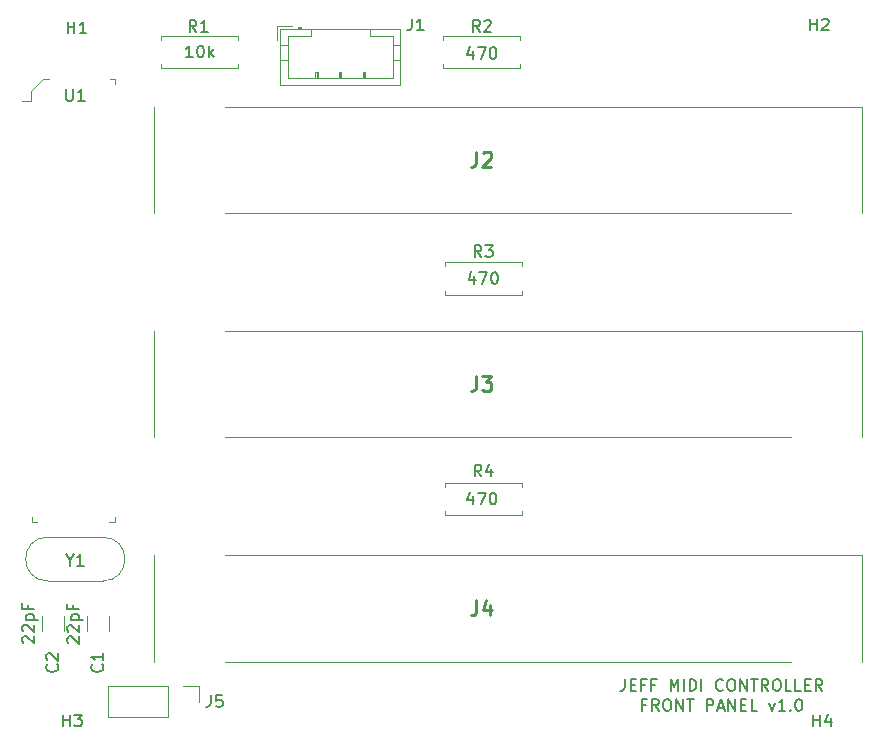
<source format=gbr>
G04 #@! TF.GenerationSoftware,KiCad,Pcbnew,(5.1.4-0-10_14)*
G04 #@! TF.CreationDate,2020-03-12T21:14:11-05:00*
G04 #@! TF.ProjectId,I2C_Front_Forearm_Mini,4932435f-4672-46f6-9e74-5f466f726561,rev?*
G04 #@! TF.SameCoordinates,Original*
G04 #@! TF.FileFunction,Legend,Top*
G04 #@! TF.FilePolarity,Positive*
%FSLAX46Y46*%
G04 Gerber Fmt 4.6, Leading zero omitted, Abs format (unit mm)*
G04 Created by KiCad (PCBNEW (5.1.4-0-10_14)) date 2020-03-12 21:14:11*
%MOMM*%
%LPD*%
G04 APERTURE LIST*
%ADD10C,0.200000*%
%ADD11C,0.120000*%
%ADD12C,0.100000*%
%ADD13C,0.150000*%
%ADD14C,0.254000*%
G04 APERTURE END LIST*
D10*
X170498523Y-132333380D02*
X170498523Y-133047666D01*
X170450904Y-133190523D01*
X170355666Y-133285761D01*
X170212809Y-133333380D01*
X170117571Y-133333380D01*
X170974714Y-132809571D02*
X171308047Y-132809571D01*
X171450904Y-133333380D02*
X170974714Y-133333380D01*
X170974714Y-132333380D01*
X171450904Y-132333380D01*
X172212809Y-132809571D02*
X171879476Y-132809571D01*
X171879476Y-133333380D02*
X171879476Y-132333380D01*
X172355666Y-132333380D01*
X173069952Y-132809571D02*
X172736619Y-132809571D01*
X172736619Y-133333380D02*
X172736619Y-132333380D01*
X173212809Y-132333380D01*
X174355666Y-133333380D02*
X174355666Y-132333380D01*
X174689000Y-133047666D01*
X175022333Y-132333380D01*
X175022333Y-133333380D01*
X175498523Y-133333380D02*
X175498523Y-132333380D01*
X175974714Y-133333380D02*
X175974714Y-132333380D01*
X176212809Y-132333380D01*
X176355666Y-132381000D01*
X176450904Y-132476238D01*
X176498523Y-132571476D01*
X176546142Y-132761952D01*
X176546142Y-132904809D01*
X176498523Y-133095285D01*
X176450904Y-133190523D01*
X176355666Y-133285761D01*
X176212809Y-133333380D01*
X175974714Y-133333380D01*
X176974714Y-133333380D02*
X176974714Y-132333380D01*
X178784238Y-133238142D02*
X178736619Y-133285761D01*
X178593761Y-133333380D01*
X178498523Y-133333380D01*
X178355666Y-133285761D01*
X178260428Y-133190523D01*
X178212809Y-133095285D01*
X178165190Y-132904809D01*
X178165190Y-132761952D01*
X178212809Y-132571476D01*
X178260428Y-132476238D01*
X178355666Y-132381000D01*
X178498523Y-132333380D01*
X178593761Y-132333380D01*
X178736619Y-132381000D01*
X178784238Y-132428619D01*
X179403285Y-132333380D02*
X179593761Y-132333380D01*
X179689000Y-132381000D01*
X179784238Y-132476238D01*
X179831857Y-132666714D01*
X179831857Y-133000047D01*
X179784238Y-133190523D01*
X179689000Y-133285761D01*
X179593761Y-133333380D01*
X179403285Y-133333380D01*
X179308047Y-133285761D01*
X179212809Y-133190523D01*
X179165190Y-133000047D01*
X179165190Y-132666714D01*
X179212809Y-132476238D01*
X179308047Y-132381000D01*
X179403285Y-132333380D01*
X180260428Y-133333380D02*
X180260428Y-132333380D01*
X180831857Y-133333380D01*
X180831857Y-132333380D01*
X181165190Y-132333380D02*
X181736619Y-132333380D01*
X181450904Y-133333380D02*
X181450904Y-132333380D01*
X182641380Y-133333380D02*
X182308047Y-132857190D01*
X182069952Y-133333380D02*
X182069952Y-132333380D01*
X182450904Y-132333380D01*
X182546142Y-132381000D01*
X182593761Y-132428619D01*
X182641380Y-132523857D01*
X182641380Y-132666714D01*
X182593761Y-132761952D01*
X182546142Y-132809571D01*
X182450904Y-132857190D01*
X182069952Y-132857190D01*
X183260428Y-132333380D02*
X183450904Y-132333380D01*
X183546142Y-132381000D01*
X183641380Y-132476238D01*
X183689000Y-132666714D01*
X183689000Y-133000047D01*
X183641380Y-133190523D01*
X183546142Y-133285761D01*
X183450904Y-133333380D01*
X183260428Y-133333380D01*
X183165190Y-133285761D01*
X183069952Y-133190523D01*
X183022333Y-133000047D01*
X183022333Y-132666714D01*
X183069952Y-132476238D01*
X183165190Y-132381000D01*
X183260428Y-132333380D01*
X184593761Y-133333380D02*
X184117571Y-133333380D01*
X184117571Y-132333380D01*
X185403285Y-133333380D02*
X184927095Y-133333380D01*
X184927095Y-132333380D01*
X185736619Y-132809571D02*
X186069952Y-132809571D01*
X186212809Y-133333380D02*
X185736619Y-133333380D01*
X185736619Y-132333380D01*
X186212809Y-132333380D01*
X187212809Y-133333380D02*
X186879476Y-132857190D01*
X186641380Y-133333380D02*
X186641380Y-132333380D01*
X187022333Y-132333380D01*
X187117571Y-132381000D01*
X187165190Y-132428619D01*
X187212809Y-132523857D01*
X187212809Y-132666714D01*
X187165190Y-132761952D01*
X187117571Y-132809571D01*
X187022333Y-132857190D01*
X186641380Y-132857190D01*
X172260428Y-134509571D02*
X171927095Y-134509571D01*
X171927095Y-135033380D02*
X171927095Y-134033380D01*
X172403285Y-134033380D01*
X173355666Y-135033380D02*
X173022333Y-134557190D01*
X172784238Y-135033380D02*
X172784238Y-134033380D01*
X173165190Y-134033380D01*
X173260428Y-134081000D01*
X173308047Y-134128619D01*
X173355666Y-134223857D01*
X173355666Y-134366714D01*
X173308047Y-134461952D01*
X173260428Y-134509571D01*
X173165190Y-134557190D01*
X172784238Y-134557190D01*
X173974714Y-134033380D02*
X174165190Y-134033380D01*
X174260428Y-134081000D01*
X174355666Y-134176238D01*
X174403285Y-134366714D01*
X174403285Y-134700047D01*
X174355666Y-134890523D01*
X174260428Y-134985761D01*
X174165190Y-135033380D01*
X173974714Y-135033380D01*
X173879476Y-134985761D01*
X173784238Y-134890523D01*
X173736619Y-134700047D01*
X173736619Y-134366714D01*
X173784238Y-134176238D01*
X173879476Y-134081000D01*
X173974714Y-134033380D01*
X174831857Y-135033380D02*
X174831857Y-134033380D01*
X175403285Y-135033380D01*
X175403285Y-134033380D01*
X175736619Y-134033380D02*
X176308047Y-134033380D01*
X176022333Y-135033380D02*
X176022333Y-134033380D01*
X177403285Y-135033380D02*
X177403285Y-134033380D01*
X177784238Y-134033380D01*
X177879476Y-134081000D01*
X177927095Y-134128619D01*
X177974714Y-134223857D01*
X177974714Y-134366714D01*
X177927095Y-134461952D01*
X177879476Y-134509571D01*
X177784238Y-134557190D01*
X177403285Y-134557190D01*
X178355666Y-134747666D02*
X178831857Y-134747666D01*
X178260428Y-135033380D02*
X178593761Y-134033380D01*
X178927095Y-135033380D01*
X179260428Y-135033380D02*
X179260428Y-134033380D01*
X179831857Y-135033380D01*
X179831857Y-134033380D01*
X180308047Y-134509571D02*
X180641380Y-134509571D01*
X180784238Y-135033380D02*
X180308047Y-135033380D01*
X180308047Y-134033380D01*
X180784238Y-134033380D01*
X181689000Y-135033380D02*
X181212809Y-135033380D01*
X181212809Y-134033380D01*
X182689000Y-134366714D02*
X182927095Y-135033380D01*
X183165190Y-134366714D01*
X184069952Y-135033380D02*
X183498523Y-135033380D01*
X183784238Y-135033380D02*
X183784238Y-134033380D01*
X183689000Y-134176238D01*
X183593761Y-134271476D01*
X183498523Y-134319095D01*
X184498523Y-134938142D02*
X184546142Y-134985761D01*
X184498523Y-135033380D01*
X184450904Y-134985761D01*
X184498523Y-134938142D01*
X184498523Y-135033380D01*
X185165190Y-134033380D02*
X185260428Y-134033380D01*
X185355666Y-134081000D01*
X185403285Y-134128619D01*
X185450904Y-134223857D01*
X185498523Y-134414333D01*
X185498523Y-134652428D01*
X185450904Y-134842904D01*
X185403285Y-134938142D01*
X185355666Y-134985761D01*
X185260428Y-135033380D01*
X185165190Y-135033380D01*
X185069952Y-134985761D01*
X185022333Y-134938142D01*
X184974714Y-134842904D01*
X184927095Y-134652428D01*
X184927095Y-134414333D01*
X184974714Y-134223857D01*
X185022333Y-134128619D01*
X185069952Y-134081000D01*
X185165190Y-134033380D01*
D11*
X134426000Y-132909000D02*
X134426000Y-134239000D01*
X133096000Y-132909000D02*
X134426000Y-132909000D01*
X131826000Y-132909000D02*
X131826000Y-135569000D01*
X131826000Y-135569000D02*
X126686000Y-135569000D01*
X131826000Y-132909000D02*
X126686000Y-132909000D01*
X126686000Y-132909000D02*
X126686000Y-135569000D01*
X121607000Y-120324000D02*
G75*
G03X121607000Y-124024000I0J-1850000D01*
G01*
X126307000Y-120324000D02*
G75*
G02X126307000Y-124024000I0J-1850000D01*
G01*
X126307000Y-120324000D02*
X121607000Y-120324000D01*
X126307000Y-124024000D02*
X121607000Y-124024000D01*
D12*
X127295000Y-81555000D02*
X126895000Y-81555000D01*
X127295000Y-81955000D02*
X127295000Y-81555000D01*
X120215000Y-82555000D02*
X120215000Y-83355000D01*
X121215000Y-81555000D02*
X120215000Y-82555000D01*
X121715000Y-81555000D02*
X121215000Y-81555000D01*
X120215000Y-83355000D02*
X119415000Y-83355000D01*
X120315000Y-119045000D02*
X120715000Y-119045000D01*
X120315000Y-118645000D02*
X120315000Y-119045000D01*
X127315000Y-119045000D02*
X126815000Y-119045000D01*
X127315000Y-118645000D02*
X127315000Y-119045000D01*
D11*
X161766000Y-118464000D02*
X161766000Y-118134000D01*
X155226000Y-118464000D02*
X161766000Y-118464000D01*
X155226000Y-118134000D02*
X155226000Y-118464000D01*
X161766000Y-115724000D02*
X161766000Y-116054000D01*
X155226000Y-115724000D02*
X161766000Y-115724000D01*
X155226000Y-116054000D02*
X155226000Y-115724000D01*
X161766000Y-99795000D02*
X161766000Y-99465000D01*
X155226000Y-99795000D02*
X161766000Y-99795000D01*
X155226000Y-99465000D02*
X155226000Y-99795000D01*
X161766000Y-97055000D02*
X161766000Y-97385000D01*
X155226000Y-97055000D02*
X161766000Y-97055000D01*
X155226000Y-97385000D02*
X155226000Y-97055000D01*
X161639000Y-80618000D02*
X161639000Y-80288000D01*
X155099000Y-80618000D02*
X161639000Y-80618000D01*
X155099000Y-80288000D02*
X155099000Y-80618000D01*
X161639000Y-77878000D02*
X161639000Y-78208000D01*
X155099000Y-77878000D02*
X161639000Y-77878000D01*
X155099000Y-78208000D02*
X155099000Y-77878000D01*
X131223000Y-77878000D02*
X131223000Y-78208000D01*
X137763000Y-77878000D02*
X131223000Y-77878000D01*
X137763000Y-78208000D02*
X137763000Y-77878000D01*
X131223000Y-80618000D02*
X131223000Y-80288000D01*
X137763000Y-80618000D02*
X131223000Y-80618000D01*
X137763000Y-80288000D02*
X137763000Y-80618000D01*
X141023000Y-77011000D02*
X141023000Y-78261000D01*
X142273000Y-77011000D02*
X141023000Y-77011000D01*
X148383000Y-81421000D02*
X148383000Y-80921000D01*
X148483000Y-80921000D02*
X148483000Y-81421000D01*
X148283000Y-80921000D02*
X148483000Y-80921000D01*
X148283000Y-81421000D02*
X148283000Y-80921000D01*
X146383000Y-81421000D02*
X146383000Y-80921000D01*
X146483000Y-80921000D02*
X146483000Y-81421000D01*
X146283000Y-80921000D02*
X146483000Y-80921000D01*
X146283000Y-81421000D02*
X146283000Y-80921000D01*
X144383000Y-81421000D02*
X144383000Y-80921000D01*
X144483000Y-80921000D02*
X144483000Y-81421000D01*
X144283000Y-80921000D02*
X144483000Y-80921000D01*
X144283000Y-81421000D02*
X144283000Y-80921000D01*
X151443000Y-79921000D02*
X150833000Y-79921000D01*
X151443000Y-78621000D02*
X150833000Y-78621000D01*
X141323000Y-79921000D02*
X141933000Y-79921000D01*
X141323000Y-78621000D02*
X141933000Y-78621000D01*
X148883000Y-77921000D02*
X148883000Y-77311000D01*
X150833000Y-77921000D02*
X148883000Y-77921000D01*
X150833000Y-81421000D02*
X150833000Y-77921000D01*
X141933000Y-81421000D02*
X150833000Y-81421000D01*
X141933000Y-77921000D02*
X141933000Y-81421000D01*
X143883000Y-77921000D02*
X141933000Y-77921000D01*
X143883000Y-77311000D02*
X143883000Y-77921000D01*
X143083000Y-77211000D02*
X142783000Y-77211000D01*
X142783000Y-77111000D02*
X142783000Y-77311000D01*
X143083000Y-77111000D02*
X142783000Y-77111000D01*
X143083000Y-77311000D02*
X143083000Y-77111000D01*
X151443000Y-77311000D02*
X141323000Y-77311000D01*
X151443000Y-82031000D02*
X151443000Y-77311000D01*
X141323000Y-82031000D02*
X151443000Y-82031000D01*
X141323000Y-77311000D02*
X141323000Y-82031000D01*
X121127000Y-126986000D02*
X121127000Y-128244000D01*
X122967000Y-126986000D02*
X122967000Y-128244000D01*
X126777000Y-128284000D02*
X126777000Y-127026000D01*
X124937000Y-128284000D02*
X124937000Y-127026000D01*
D12*
X136596000Y-83872000D02*
X190596000Y-83872000D01*
X190596000Y-83872000D02*
X190596000Y-92872000D01*
X136596000Y-92872000D02*
X184596000Y-92872000D01*
X130596000Y-83872000D02*
X130596000Y-92872000D01*
X136596000Y-102872000D02*
X190596000Y-102872000D01*
X190596000Y-102872000D02*
X190596000Y-111872000D01*
X136596000Y-111872000D02*
X184596000Y-111872000D01*
X130596000Y-102872000D02*
X130596000Y-111872000D01*
X136596000Y-121872000D02*
X190596000Y-121872000D01*
X190596000Y-121872000D02*
X190596000Y-130872000D01*
X136596000Y-130872000D02*
X184596000Y-130872000D01*
X130596000Y-121872000D02*
X130596000Y-130872000D01*
D13*
X135429666Y-133691380D02*
X135429666Y-134405666D01*
X135382047Y-134548523D01*
X135286809Y-134643761D01*
X135143952Y-134691380D01*
X135048714Y-134691380D01*
X136382047Y-133691380D02*
X135905857Y-133691380D01*
X135858238Y-134167571D01*
X135905857Y-134119952D01*
X136001095Y-134072333D01*
X136239190Y-134072333D01*
X136334428Y-134119952D01*
X136382047Y-134167571D01*
X136429666Y-134262809D01*
X136429666Y-134500904D01*
X136382047Y-134596142D01*
X136334428Y-134643761D01*
X136239190Y-134691380D01*
X136001095Y-134691380D01*
X135905857Y-134643761D01*
X135858238Y-134596142D01*
X123475809Y-122277190D02*
X123475809Y-122753380D01*
X123142476Y-121753380D02*
X123475809Y-122277190D01*
X123809142Y-121753380D01*
X124666285Y-122753380D02*
X124094857Y-122753380D01*
X124380571Y-122753380D02*
X124380571Y-121753380D01*
X124285333Y-121896238D01*
X124190095Y-121991476D01*
X124094857Y-122039095D01*
X123190095Y-82383380D02*
X123190095Y-83192904D01*
X123237714Y-83288142D01*
X123285333Y-83335761D01*
X123380571Y-83383380D01*
X123571047Y-83383380D01*
X123666285Y-83335761D01*
X123713904Y-83288142D01*
X123761523Y-83192904D01*
X123761523Y-82383380D01*
X124761523Y-83383380D02*
X124190095Y-83383380D01*
X124475809Y-83383380D02*
X124475809Y-82383380D01*
X124380571Y-82526238D01*
X124285333Y-82621476D01*
X124190095Y-82669095D01*
X158329333Y-115176380D02*
X157996000Y-114700190D01*
X157757904Y-115176380D02*
X157757904Y-114176380D01*
X158138857Y-114176380D01*
X158234095Y-114224000D01*
X158281714Y-114271619D01*
X158329333Y-114366857D01*
X158329333Y-114509714D01*
X158281714Y-114604952D01*
X158234095Y-114652571D01*
X158138857Y-114700190D01*
X157757904Y-114700190D01*
X159186476Y-114509714D02*
X159186476Y-115176380D01*
X158948380Y-114128761D02*
X158710285Y-114843047D01*
X159329333Y-114843047D01*
X157607095Y-116879714D02*
X157607095Y-117546380D01*
X157369000Y-116498761D02*
X157130904Y-117213047D01*
X157749952Y-117213047D01*
X158035666Y-116546380D02*
X158702333Y-116546380D01*
X158273761Y-117546380D01*
X159273761Y-116546380D02*
X159369000Y-116546380D01*
X159464238Y-116594000D01*
X159511857Y-116641619D01*
X159559476Y-116736857D01*
X159607095Y-116927333D01*
X159607095Y-117165428D01*
X159559476Y-117355904D01*
X159511857Y-117451142D01*
X159464238Y-117498761D01*
X159369000Y-117546380D01*
X159273761Y-117546380D01*
X159178523Y-117498761D01*
X159130904Y-117451142D01*
X159083285Y-117355904D01*
X159035666Y-117165428D01*
X159035666Y-116927333D01*
X159083285Y-116736857D01*
X159130904Y-116641619D01*
X159178523Y-116594000D01*
X159273761Y-116546380D01*
X158329333Y-96591380D02*
X157996000Y-96115190D01*
X157757904Y-96591380D02*
X157757904Y-95591380D01*
X158138857Y-95591380D01*
X158234095Y-95639000D01*
X158281714Y-95686619D01*
X158329333Y-95781857D01*
X158329333Y-95924714D01*
X158281714Y-96019952D01*
X158234095Y-96067571D01*
X158138857Y-96115190D01*
X157757904Y-96115190D01*
X158662666Y-95591380D02*
X159281714Y-95591380D01*
X158948380Y-95972333D01*
X159091238Y-95972333D01*
X159186476Y-96019952D01*
X159234095Y-96067571D01*
X159281714Y-96162809D01*
X159281714Y-96400904D01*
X159234095Y-96496142D01*
X159186476Y-96543761D01*
X159091238Y-96591380D01*
X158805523Y-96591380D01*
X158710285Y-96543761D01*
X158662666Y-96496142D01*
X157734095Y-98210714D02*
X157734095Y-98877380D01*
X157496000Y-97829761D02*
X157257904Y-98544047D01*
X157876952Y-98544047D01*
X158162666Y-97877380D02*
X158829333Y-97877380D01*
X158400761Y-98877380D01*
X159400761Y-97877380D02*
X159496000Y-97877380D01*
X159591238Y-97925000D01*
X159638857Y-97972619D01*
X159686476Y-98067857D01*
X159734095Y-98258333D01*
X159734095Y-98496428D01*
X159686476Y-98686904D01*
X159638857Y-98782142D01*
X159591238Y-98829761D01*
X159496000Y-98877380D01*
X159400761Y-98877380D01*
X159305523Y-98829761D01*
X159257904Y-98782142D01*
X159210285Y-98686904D01*
X159162666Y-98496428D01*
X159162666Y-98258333D01*
X159210285Y-98067857D01*
X159257904Y-97972619D01*
X159305523Y-97925000D01*
X159400761Y-97877380D01*
X158202333Y-77541380D02*
X157869000Y-77065190D01*
X157630904Y-77541380D02*
X157630904Y-76541380D01*
X158011857Y-76541380D01*
X158107095Y-76589000D01*
X158154714Y-76636619D01*
X158202333Y-76731857D01*
X158202333Y-76874714D01*
X158154714Y-76969952D01*
X158107095Y-77017571D01*
X158011857Y-77065190D01*
X157630904Y-77065190D01*
X158583285Y-76636619D02*
X158630904Y-76589000D01*
X158726142Y-76541380D01*
X158964238Y-76541380D01*
X159059476Y-76589000D01*
X159107095Y-76636619D01*
X159154714Y-76731857D01*
X159154714Y-76827095D01*
X159107095Y-76969952D01*
X158535666Y-77541380D01*
X159154714Y-77541380D01*
X157607095Y-79160714D02*
X157607095Y-79827380D01*
X157369000Y-78779761D02*
X157130904Y-79494047D01*
X157749952Y-79494047D01*
X158035666Y-78827380D02*
X158702333Y-78827380D01*
X158273761Y-79827380D01*
X159273761Y-78827380D02*
X159369000Y-78827380D01*
X159464238Y-78875000D01*
X159511857Y-78922619D01*
X159559476Y-79017857D01*
X159607095Y-79208333D01*
X159607095Y-79446428D01*
X159559476Y-79636904D01*
X159511857Y-79732142D01*
X159464238Y-79779761D01*
X159369000Y-79827380D01*
X159273761Y-79827380D01*
X159178523Y-79779761D01*
X159130904Y-79732142D01*
X159083285Y-79636904D01*
X159035666Y-79446428D01*
X159035666Y-79208333D01*
X159083285Y-79017857D01*
X159130904Y-78922619D01*
X159178523Y-78875000D01*
X159273761Y-78827380D01*
X134199333Y-77541380D02*
X133866000Y-77065190D01*
X133627904Y-77541380D02*
X133627904Y-76541380D01*
X134008857Y-76541380D01*
X134104095Y-76589000D01*
X134151714Y-76636619D01*
X134199333Y-76731857D01*
X134199333Y-76874714D01*
X134151714Y-76969952D01*
X134104095Y-77017571D01*
X134008857Y-77065190D01*
X133627904Y-77065190D01*
X135151714Y-77541380D02*
X134580285Y-77541380D01*
X134866000Y-77541380D02*
X134866000Y-76541380D01*
X134770761Y-76684238D01*
X134675523Y-76779476D01*
X134580285Y-76827095D01*
X133897761Y-79700380D02*
X133326333Y-79700380D01*
X133612047Y-79700380D02*
X133612047Y-78700380D01*
X133516809Y-78843238D01*
X133421571Y-78938476D01*
X133326333Y-78986095D01*
X134516809Y-78700380D02*
X134612047Y-78700380D01*
X134707285Y-78748000D01*
X134754904Y-78795619D01*
X134802523Y-78890857D01*
X134850142Y-79081333D01*
X134850142Y-79319428D01*
X134802523Y-79509904D01*
X134754904Y-79605142D01*
X134707285Y-79652761D01*
X134612047Y-79700380D01*
X134516809Y-79700380D01*
X134421571Y-79652761D01*
X134373952Y-79605142D01*
X134326333Y-79509904D01*
X134278714Y-79319428D01*
X134278714Y-79081333D01*
X134326333Y-78890857D01*
X134373952Y-78795619D01*
X134421571Y-78748000D01*
X134516809Y-78700380D01*
X135278714Y-79700380D02*
X135278714Y-78700380D01*
X135373952Y-79319428D02*
X135659666Y-79700380D01*
X135659666Y-79033714D02*
X135278714Y-79414666D01*
X152447666Y-76414380D02*
X152447666Y-77128666D01*
X152400047Y-77271523D01*
X152304809Y-77366761D01*
X152161952Y-77414380D01*
X152066714Y-77414380D01*
X153447666Y-77414380D02*
X152876238Y-77414380D01*
X153161952Y-77414380D02*
X153161952Y-76414380D01*
X153066714Y-76557238D01*
X152971476Y-76652476D01*
X152876238Y-76700095D01*
X122404142Y-131103666D02*
X122451761Y-131151285D01*
X122499380Y-131294142D01*
X122499380Y-131389380D01*
X122451761Y-131532238D01*
X122356523Y-131627476D01*
X122261285Y-131675095D01*
X122070809Y-131722714D01*
X121927952Y-131722714D01*
X121737476Y-131675095D01*
X121642238Y-131627476D01*
X121547000Y-131532238D01*
X121499380Y-131389380D01*
X121499380Y-131294142D01*
X121547000Y-131151285D01*
X121594619Y-131103666D01*
X121594619Y-130722714D02*
X121547000Y-130675095D01*
X121499380Y-130579857D01*
X121499380Y-130341761D01*
X121547000Y-130246523D01*
X121594619Y-130198904D01*
X121689857Y-130151285D01*
X121785095Y-130151285D01*
X121927952Y-130198904D01*
X122499380Y-130770333D01*
X122499380Y-130151285D01*
X119562619Y-129257857D02*
X119515000Y-129210238D01*
X119467380Y-129115000D01*
X119467380Y-128876904D01*
X119515000Y-128781666D01*
X119562619Y-128734047D01*
X119657857Y-128686428D01*
X119753095Y-128686428D01*
X119895952Y-128734047D01*
X120467380Y-129305476D01*
X120467380Y-128686428D01*
X119562619Y-128305476D02*
X119515000Y-128257857D01*
X119467380Y-128162619D01*
X119467380Y-127924523D01*
X119515000Y-127829285D01*
X119562619Y-127781666D01*
X119657857Y-127734047D01*
X119753095Y-127734047D01*
X119895952Y-127781666D01*
X120467380Y-128353095D01*
X120467380Y-127734047D01*
X119800714Y-127305476D02*
X120800714Y-127305476D01*
X119848333Y-127305476D02*
X119800714Y-127210238D01*
X119800714Y-127019761D01*
X119848333Y-126924523D01*
X119895952Y-126876904D01*
X119991190Y-126829285D01*
X120276904Y-126829285D01*
X120372142Y-126876904D01*
X120419761Y-126924523D01*
X120467380Y-127019761D01*
X120467380Y-127210238D01*
X120419761Y-127305476D01*
X119943571Y-126067380D02*
X119943571Y-126400714D01*
X120467380Y-126400714D02*
X119467380Y-126400714D01*
X119467380Y-125924523D01*
X126214142Y-131103666D02*
X126261761Y-131151285D01*
X126309380Y-131294142D01*
X126309380Y-131389380D01*
X126261761Y-131532238D01*
X126166523Y-131627476D01*
X126071285Y-131675095D01*
X125880809Y-131722714D01*
X125737952Y-131722714D01*
X125547476Y-131675095D01*
X125452238Y-131627476D01*
X125357000Y-131532238D01*
X125309380Y-131389380D01*
X125309380Y-131294142D01*
X125357000Y-131151285D01*
X125404619Y-131103666D01*
X126309380Y-130151285D02*
X126309380Y-130722714D01*
X126309380Y-130437000D02*
X125309380Y-130437000D01*
X125452238Y-130532238D01*
X125547476Y-130627476D01*
X125595095Y-130722714D01*
X123372619Y-129297857D02*
X123325000Y-129250238D01*
X123277380Y-129155000D01*
X123277380Y-128916904D01*
X123325000Y-128821666D01*
X123372619Y-128774047D01*
X123467857Y-128726428D01*
X123563095Y-128726428D01*
X123705952Y-128774047D01*
X124277380Y-129345476D01*
X124277380Y-128726428D01*
X123372619Y-128345476D02*
X123325000Y-128297857D01*
X123277380Y-128202619D01*
X123277380Y-127964523D01*
X123325000Y-127869285D01*
X123372619Y-127821666D01*
X123467857Y-127774047D01*
X123563095Y-127774047D01*
X123705952Y-127821666D01*
X124277380Y-128393095D01*
X124277380Y-127774047D01*
X123610714Y-127345476D02*
X124610714Y-127345476D01*
X123658333Y-127345476D02*
X123610714Y-127250238D01*
X123610714Y-127059761D01*
X123658333Y-126964523D01*
X123705952Y-126916904D01*
X123801190Y-126869285D01*
X124086904Y-126869285D01*
X124182142Y-126916904D01*
X124229761Y-126964523D01*
X124277380Y-127059761D01*
X124277380Y-127250238D01*
X124229761Y-127345476D01*
X123753571Y-126107380D02*
X123753571Y-126440714D01*
X124277380Y-126440714D02*
X123277380Y-126440714D01*
X123277380Y-125964523D01*
D14*
X157922666Y-87676523D02*
X157922666Y-88583666D01*
X157862190Y-88765095D01*
X157741238Y-88886047D01*
X157559809Y-88946523D01*
X157438857Y-88946523D01*
X158466952Y-87797476D02*
X158527428Y-87737000D01*
X158648380Y-87676523D01*
X158950761Y-87676523D01*
X159071714Y-87737000D01*
X159132190Y-87797476D01*
X159192666Y-87918428D01*
X159192666Y-88039380D01*
X159132190Y-88220809D01*
X158406476Y-88946523D01*
X159192666Y-88946523D01*
X157922666Y-106676523D02*
X157922666Y-107583666D01*
X157862190Y-107765095D01*
X157741238Y-107886047D01*
X157559809Y-107946523D01*
X157438857Y-107946523D01*
X158406476Y-106676523D02*
X159192666Y-106676523D01*
X158769333Y-107160333D01*
X158950761Y-107160333D01*
X159071714Y-107220809D01*
X159132190Y-107281285D01*
X159192666Y-107402238D01*
X159192666Y-107704619D01*
X159132190Y-107825571D01*
X159071714Y-107886047D01*
X158950761Y-107946523D01*
X158587904Y-107946523D01*
X158466952Y-107886047D01*
X158406476Y-107825571D01*
X157922666Y-125676523D02*
X157922666Y-126583666D01*
X157862190Y-126765095D01*
X157741238Y-126886047D01*
X157559809Y-126946523D01*
X157438857Y-126946523D01*
X159071714Y-126099857D02*
X159071714Y-126946523D01*
X158769333Y-125616047D02*
X158466952Y-126523190D01*
X159253142Y-126523190D01*
D13*
X123317095Y-77668380D02*
X123317095Y-76668380D01*
X123317095Y-77144571D02*
X123888523Y-77144571D01*
X123888523Y-77668380D02*
X123888523Y-76668380D01*
X124888523Y-77668380D02*
X124317095Y-77668380D01*
X124602809Y-77668380D02*
X124602809Y-76668380D01*
X124507571Y-76811238D01*
X124412333Y-76906476D01*
X124317095Y-76954095D01*
X186182095Y-77414380D02*
X186182095Y-76414380D01*
X186182095Y-76890571D02*
X186753523Y-76890571D01*
X186753523Y-77414380D02*
X186753523Y-76414380D01*
X187182095Y-76509619D02*
X187229714Y-76462000D01*
X187324952Y-76414380D01*
X187563047Y-76414380D01*
X187658285Y-76462000D01*
X187705904Y-76509619D01*
X187753523Y-76604857D01*
X187753523Y-76700095D01*
X187705904Y-76842952D01*
X187134476Y-77414380D01*
X187753523Y-77414380D01*
X122936095Y-136342380D02*
X122936095Y-135342380D01*
X122936095Y-135818571D02*
X123507523Y-135818571D01*
X123507523Y-136342380D02*
X123507523Y-135342380D01*
X123888476Y-135342380D02*
X124507523Y-135342380D01*
X124174190Y-135723333D01*
X124317047Y-135723333D01*
X124412285Y-135770952D01*
X124459904Y-135818571D01*
X124507523Y-135913809D01*
X124507523Y-136151904D01*
X124459904Y-136247142D01*
X124412285Y-136294761D01*
X124317047Y-136342380D01*
X124031333Y-136342380D01*
X123936095Y-136294761D01*
X123888476Y-136247142D01*
X186436095Y-136342380D02*
X186436095Y-135342380D01*
X186436095Y-135818571D02*
X187007523Y-135818571D01*
X187007523Y-136342380D02*
X187007523Y-135342380D01*
X187912285Y-135675714D02*
X187912285Y-136342380D01*
X187674190Y-135294761D02*
X187436095Y-136009047D01*
X188055142Y-136009047D01*
M02*

</source>
